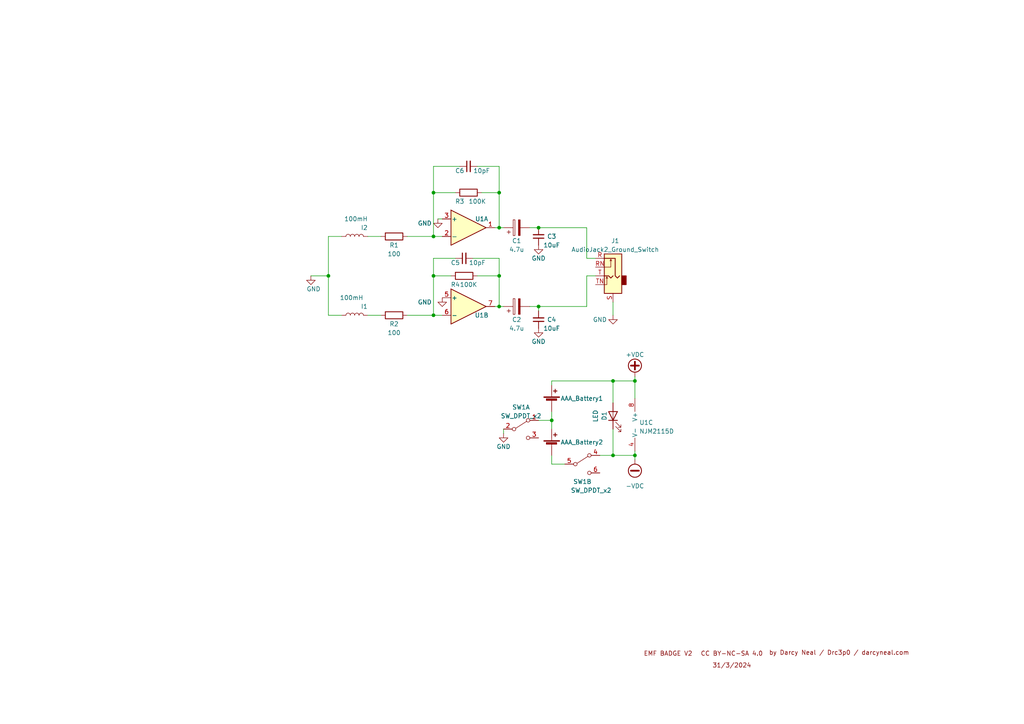
<source format=kicad_sch>
(kicad_sch (version 20230121) (generator eeschema)
  (paper "A4")
  (lib_symbols
    (symbol "Amplifier_Operational:LM358" (pin_names (offset 0.127))
      (property "Reference" "U" (at 0 5.08 0))
      (property "Value" "LM358" (at 0 -5.08 0))
      (symbol "LM358_1_1"
        (polyline (pts (xy -5.08 5.08) (xy 5.08 0) (xy -5.08 -5.08) (xy -5.08 5.08)) (stroke (width 0.254)) (fill (type background)))
        (pin output line (at 7.62 0 180) (length 2.54) (name "~") (number "1"))
        (pin input line (at -7.62 -2.54 0) (length 2.54) (name "-") (number "2"))
        (pin input line (at -7.62 2.54 0) (length 2.54) (name "+") (number "3"))
      )
      (symbol "LM358_2_1"
        (polyline (pts (xy -5.08 5.08) (xy 5.08 0) (xy -5.08 -5.08) (xy -5.08 5.08)) (stroke (width 0.254)) (fill (type background)))
        (pin input line (at -7.62 2.54 0) (length 2.54) (name "+") (number "5"))
        (pin input line (at -7.62 -2.54 0) (length 2.54) (name "-") (number "6"))
        (pin output line (at 7.62 0 180) (length 2.54) (name "~") (number "7"))
      )
      (symbol "LM358_3_1"
        (pin power_in line (at -2.54 -7.62 90) (length 3.81) (name "V-") (number "4"))
        (pin power_in line (at -2.54 7.62 270) (length 3.81) (name "V+") (number "8"))
      )
    )
    (symbol "Connector_Audio:AudioJack2_Ground_Switch"
      (property "Reference" "J1" (at -0.635 10.16 0))
      (property "Value" "AudioJack2_Ground_Switch" (at -0.635 7.62 0))
      (symbol "AudioJack2_Ground_Switch_0_1"
        (rectangle (start -2.54 -2.54) (end -3.81 0) (stroke (width 0.254)) (fill (type outline)))
        (rectangle (start 2.54 6.35) (end -2.54 -5.08) (stroke (width 0.254)) (fill (type background)))
      )
      (symbol "AudioJack2_Ground_Switch_1_1"
        (polyline (pts (xy 0.635 4.826) (xy 0.889 4.318)))
        (polyline (pts (xy 1.778 -0.254) (xy 2.032 -0.762)))
        (polyline (pts (xy 0 0) (xy 0.635 -0.635) (xy 1.27 0) (xy 2.54 0)) (stroke (width 0.254)))
        (polyline (pts (xy 2.54 -2.54) (xy 1.778 -2.54) (xy 1.778 -0.254) (xy 1.524 -0.762)))
        (polyline (pts (xy 2.54 2.54) (xy 0.635 2.54) (xy 0.635 4.826) (xy 0.381 4.318)))
        (polyline (pts (xy 2.54 5.08) (xy -0.635 5.08) (xy -0.635 0) (xy -1.27 -0.635) (xy -1.905 0)) (stroke (width 0.254)))
        (pin passive line (at 5.08 5.08 180) (length 2.54) (name "~") (number "R"))
        (pin passive line (at 5.08 2.54 180) (length 2.54) (name "~") (number "RN"))
        (pin passive line (at 0 -7.62 90) (length 2.54) (name "~") (number "S"))
        (pin passive line (at 5.08 0 180) (length 2.54) (name "~") (number "T"))
        (pin passive line (at 5.08 -2.54 180) (length 2.54) (name "~") (number "TN"))
      )
    )
    (symbol "Device:Battery_Cell" (pin_numbers hide) (pin_names (offset 0) hide)
      (property "Reference" "BT" (at 2.54 2.54 0))
      (property "Value" "Battery_Cell" (at 2.54 0 0))
      (symbol "Battery_Cell_0_1"
        (rectangle (start -2.286 1.778) (end 2.286 1.524) (fill (type outline)))
        (rectangle (start -1.5748 1.1938) (end 1.4732 0.6858) (fill (type outline)))
        (polyline (pts (xy 0 0.762) (xy 0 0)))
        (polyline (pts (xy 0 1.778) (xy 0 2.54)))
        (polyline (pts (xy 0.508 3.429) (xy 1.524 3.429)) (stroke (width 0.254)))
        (polyline (pts (xy 1.016 3.937) (xy 1.016 2.921)) (stroke (width 0.254)))
      )
      (symbol "Battery_Cell_1_1"
        (pin passive line (at 0 5.08 270) (length 2.54) (name "+") (number "1"))
        (pin passive line (at 0 -2.54 90) (length 2.54) (name "-") (number "2"))
      )
    )
    (symbol "Device:C_Polarized" (pin_numbers hide) (pin_names (offset 0.254))
      (property "Reference" "C" (at 0.635 2.54 0))
      (property "Value" "C_Polarized" (at 0.635 -2.54 0))
      (symbol "C_Polarized_0_1"
        (rectangle (start -2.286 0.508) (end 2.286 1.016))
        (polyline (pts (xy -1.778 2.286) (xy -0.762 2.286)))
        (polyline (pts (xy -1.27 2.794) (xy -1.27 1.778)))
        (rectangle (start 2.286 -0.508) (end -2.286 -1.016) (fill (type outline)))
      )
      (symbol "C_Polarized_1_1"
        (pin passive line (at 0 3.81 270) (length 2.794) (name "~") (number "1"))
        (pin passive line (at 0 -3.81 90) (length 2.794) (name "~") (number "2"))
      )
    )
    (symbol "Device:C_Small" (pin_numbers hide) (pin_names (offset 0.254) hide)
      (property "Reference" "C" (at 0.254 1.778 0))
      (property "Value" "C_Small" (at 0.254 -2.032 0))
      (symbol "C_Small_0_1"
        (polyline (pts (xy -1.524 -0.508) (xy 1.524 -0.508)) (stroke (width 0.3302)))
        (polyline (pts (xy -1.524 0.508) (xy 1.524 0.508)) (stroke (width 0.3048)))
      )
      (symbol "C_Small_1_1"
        (pin passive line (at 0 2.54 270) (length 2.032) (name "~") (number "1"))
        (pin passive line (at 0 -2.54 90) (length 2.032) (name "~") (number "2"))
      )
    )
    (symbol "Device:L" (pin_numbers hide) (pin_names (offset 1.016) hide)
      (property "Reference" "L" (at -1.27 0 90))
      (property "Value" "L" (at 1.905 0 90))
      (symbol "L_0_1"
        (arc (start 0 -2.54) (mid 0.6323 -1.905) (end 0 -1.27))
        (arc (start 0 -1.27) (mid 0.6323 -0.635) (end 0 0))
        (arc (start 0 0) (mid 0.6323 0.635) (end 0 1.27))
        (arc (start 0 1.27) (mid 0.6323 1.905) (end 0 2.54))
      )
      (symbol "L_1_1"
        (pin passive line (at 0 3.81 270) (length 1.27) (name "1") (number "1"))
        (pin passive line (at 0 -3.81 90) (length 1.27) (name "2") (number "2"))
      )
    )
    (symbol "Device:LED" (pin_numbers hide) (pin_names (offset 1.016) hide)
      (property "Reference" "D" (at 0 2.54 0))
      (property "Value" "LED" (at 0 -2.54 0))
      (symbol "LED_0_1"
        (polyline (pts (xy -1.27 -1.27) (xy -1.27 1.27)) (stroke (width 0.254)))
        (polyline (pts (xy -1.27 0) (xy 1.27 0)))
        (polyline (pts (xy 1.27 -1.27) (xy 1.27 1.27) (xy -1.27 0) (xy 1.27 -1.27)) (stroke (width 0.254)))
        (polyline (pts (xy -3.048 -0.762) (xy -4.572 -2.286) (xy -3.81 -2.286) (xy -4.572 -2.286) (xy -4.572 -1.524)))
        (polyline (pts (xy -1.778 -0.762) (xy -3.302 -2.286) (xy -2.54 -2.286) (xy -3.302 -2.286) (xy -3.302 -1.524)))
      )
      (symbol "LED_1_1"
        (pin passive line (at -3.81 0 0) (length 2.54) (name "K") (number "1"))
        (pin passive line (at 3.81 0 180) (length 2.54) (name "A") (number "2"))
      )
    )
    (symbol "Device:R" (pin_numbers hide) (pin_names (offset 0))
      (property "Reference" "R" (at 2.032 0 90))
      (property "Value" "R" (at 0 0 90))
      (symbol "R_0_1"
        (rectangle (start -1.016 -2.54) (end 1.016 2.54) (stroke (width 0.254)))
      )
      (symbol "R_1_1"
        (pin passive line (at 0 3.81 270) (length 1.27) (name "~") (number "1"))
        (pin passive line (at 0 -3.81 90) (length 1.27) (name "~") (number "2"))
      )
    )
    (symbol "SW_DPDT_x2_1" (pin_names (offset 0) hide)
      (property "Reference" "SW" (at 0 4.318 0))
      (property "Value" "SW_DPDT_x2" (at 0 -5.08 0))
      (symbol "SW_DPDT_x2_1_0_0"
        (circle (center -2.032 0) (radius 0.508))
        (circle (center 2.032 -2.54) (radius 0.508))
      )
      (symbol "SW_DPDT_x2_1_0_1"
        (polyline (pts (xy -1.524 0.254) (xy 1.651 2.286)))
        (circle (center 2.032 2.54) (radius 0.508))
      )
      (symbol "SW_DPDT_x2_1_1_1"
        (pin passive line (at 5.08 2.54 180) (length 2.54) (name "A") (number "1"))
        (pin passive line (at -5.08 0 0) (length 2.54) (name "B") (number "2"))
        (pin passive line (at 5.08 -2.54 180) (length 2.54) (name "C") (number "3"))
      )
      (symbol "SW_DPDT_x2_1_2_1"
        (pin passive line (at 5.08 2.54 180) (length 2.54) (name "A") (number "4"))
        (pin passive line (at -5.08 0 0) (length 2.54) (name "B") (number "5"))
        (pin passive line (at 5.08 -2.54 180) (length 2.54) (name "C") (number "6"))
      )
    )
    (symbol "power:+VDC" (power) (pin_names (offset 0))
      (property "Value" "+VDC" (at 0 6.35 0))
      (symbol "+VDC_0_1"
        (polyline (pts (xy -1.143 3.175) (xy 1.143 3.175)) (stroke (width 0.508)))
        (polyline (pts (xy 0 0) (xy 0 1.27)))
        (polyline (pts (xy 0 2.032) (xy 0 4.318)) (stroke (width 0.508)))
        (circle (center 0 3.175) (radius 1.905) (stroke (width 0.254)))
      )
      (symbol "+VDC_1_1"
        (pin power_in line (at 0 0 90) (length 0) hide (name "+VDC") (number "1"))
      )
    )
    (symbol "power:-VDC" (power) (pin_names (offset 0))
      (property "Value" "-VDC" (at 0 6.35 0))
      (symbol "-VDC_0_1"
        (polyline (pts (xy -1.143 3.175) (xy 1.143 3.175)) (stroke (width 0.508)))
        (polyline (pts (xy 0 0) (xy 0 1.27)))
        (circle (center 0 3.175) (radius 1.905) (stroke (width 0.254)))
      )
      (symbol "-VDC_1_1"
        (pin power_in line (at 0 0 90) (length 0) hide (name "-VDC") (number "1"))
      )
    )
    (symbol "power:GND" (power) (pin_names (offset 0))
      (property "Value" "GND" (at 0 -3.81 0))
      (symbol "GND_0_1"
        (polyline (pts (xy 0 0) (xy 0 -1.27) (xy 1.27 -1.27) (xy 0 -2.54) (xy -1.27 -1.27) (xy 0 -1.27)))
      )
      (symbol "GND_1_1"
        (pin power_in line (at 0 0 270) (length 0) hide (name "GND") (number "1"))
      )
    )
  )
  (junction (at 95.25 80.01))
  (junction (at 125.73 80.01))
  (junction (at 156.21 88.9))
  (junction (at 144.78 88.9))
  (junction (at 125.73 91.44))
  (junction (at 160.02 121.92))
  (junction (at 144.78 80.01))
  (junction (at 156.21 66.04))
  (junction (at 184.15 132.08))
  (junction (at 125.73 68.58))
  (junction (at 177.8 132.08))
  (junction (at 144.78 55.88))
  (junction (at 184.15 110.49))
  (junction (at 125.73 55.88))
  (junction (at 144.78 66.04))
  (junction (at 177.8 110.49))
  (wire (pts (xy 177.8 110.49) (xy 177.8 116.84)))
  (wire (pts (xy 144.78 80.01) (xy 144.78 88.9)))
  (wire (pts (xy 125.73 74.93) (xy 125.73 80.01)))
  (wire (pts (xy 170.18 66.04) (xy 170.18 74.93)))
  (wire (pts (xy 177.8 110.49) (xy 184.15 110.49)))
  (wire (pts (xy 144.78 88.9) (xy 146.05 88.9)))
  (wire (pts (xy 106.68 68.58) (xy 110.49 68.58)))
  (wire (pts (xy 143.51 88.9) (xy 144.78 88.9)))
  (wire (pts (xy 156.21 121.92) (xy 160.02 121.92)))
  (wire (pts (xy 125.73 55.88) (xy 132.08 55.88)))
  (wire (pts (xy 160.02 110.49) (xy 177.8 110.49)))
  (wire (pts (xy 144.78 74.93) (xy 144.78 80.01)))
  (wire (pts (xy 139.7 55.88) (xy 144.78 55.88)))
  (wire (pts (xy 184.15 110.49) (xy 184.15 115.57)))
  (wire (pts (xy 160.02 121.92) (xy 160.02 124.46)))
  (wire (pts (xy 144.78 66.04) (xy 143.51 66.04)))
  (wire (pts (xy 144.78 48.26) (xy 144.78 55.88)))
  (wire (pts (xy 170.18 80.01) (xy 170.18 88.9)))
  (wire (pts (xy 173.99 132.08) (xy 177.8 132.08)))
  (wire (pts (xy 125.73 80.01) (xy 130.81 80.01)))
  (wire (pts (xy 156.21 88.9) (xy 170.18 88.9)))
  (wire (pts (xy 153.67 66.04) (xy 156.21 66.04)))
  (wire (pts (xy 184.15 109.22) (xy 184.15 110.49)))
  (wire (pts (xy 106.68 91.44) (xy 110.49 91.44)))
  (wire (pts (xy 177.8 87.63) (xy 177.8 91.44)))
  (wire (pts (xy 144.78 66.04) (xy 146.05 66.04)))
  (wire (pts (xy 160.02 119.38) (xy 160.02 121.92)))
  (wire (pts (xy 138.43 48.26) (xy 144.78 48.26)))
  (wire (pts (xy 95.25 80.01) (xy 90.17 80.01)))
  (wire (pts (xy 184.15 130.81) (xy 184.15 132.08)))
  (wire (pts (xy 127 63.5) (xy 128.27 63.5)))
  (wire (pts (xy 146.05 124.46) (xy 146.05 125.73)))
  (wire (pts (xy 184.15 132.08) (xy 184.15 133.35)))
  (wire (pts (xy 160.02 134.62) (xy 163.83 134.62)))
  (wire (pts (xy 133.35 48.26) (xy 125.73 48.26)))
  (wire (pts (xy 177.8 124.46) (xy 177.8 132.08)))
  (wire (pts (xy 156.21 66.04) (xy 170.18 66.04)))
  (wire (pts (xy 118.11 68.58) (xy 125.73 68.58)))
  (wire (pts (xy 125.73 80.01) (xy 125.73 91.44)))
  (wire (pts (xy 137.16 74.93) (xy 144.78 74.93)))
  (wire (pts (xy 156.21 90.17) (xy 156.21 88.9)))
  (wire (pts (xy 125.73 48.26) (xy 125.73 55.88)))
  (wire (pts (xy 160.02 132.08) (xy 160.02 134.62)))
  (wire (pts (xy 118.11 91.44) (xy 125.73 91.44)))
  (wire (pts (xy 132.08 74.93) (xy 125.73 74.93)))
  (wire (pts (xy 153.67 88.9) (xy 156.21 88.9)))
  (wire (pts (xy 172.72 74.93) (xy 170.18 74.93)))
  (wire (pts (xy 99.06 91.44) (xy 95.25 91.44)))
  (wire (pts (xy 125.73 68.58) (xy 128.27 68.58)))
  (wire (pts (xy 144.78 55.88) (xy 144.78 66.04)))
  (wire (pts (xy 160.02 110.49) (xy 160.02 111.76)))
  (wire (pts (xy 99.06 68.58) (xy 95.25 68.58)))
  (wire (pts (xy 95.25 91.44) (xy 95.25 80.01)))
  (wire (pts (xy 95.25 68.58) (xy 95.25 80.01)))
  (wire (pts (xy 170.18 80.01) (xy 172.72 80.01)))
  (wire (pts (xy 177.8 132.08) (xy 184.15 132.08)))
  (wire (pts (xy 125.73 91.44) (xy 128.27 91.44)))
  (wire (pts (xy 138.43 80.01) (xy 144.78 80.01)))
  (wire (pts (xy 125.73 55.88) (xy 125.73 68.58)))
  (text "EMF BADGE V2" (at 186.69 190.5 0) (effects (font (size 1.27 1.27)) (justify left bottom)))
  (text "CC BY-NC-SA 4.0" (at 203.2 190.5 0) (effects (font (size 1.27 1.27)) (justify left bottom)))
  (text "by Darcy Neal / Drc3p0 / darcyneal.com" (at 223.0267 190.2372 0) (effects (font (size 1.27 1.27)) (justify left bottom)))
  (text "31/3/2024" (at 206.6042 193.9207 0) (effects (font (size 1.27 1.27)) (justify left bottom)))
  (symbol (lib_id "Device:R") (at 135.89 55.88 90) (unit 1)
    (property "Reference" "R3" (at 133.35 58.42 90))
    (property "Value" "100K" (at 138.43 58.42 90))
    (property "Footprint" "Resistor_THT:R_Axial_DIN0207_L6.3mm_D2.5mm_P7.62mm_Horizontal" (effects hide))
  )
  (symbol (lib_id "power:-VDC") (at 184.15 133.35 180) (unit 1)
    (property "Reference" "#PWR08" (effects hide))
    (property "Value" "-VDC" (at 184.15 140.97 0))
  )
  (symbol (lib_id "power:GND") (at 128.27 86.36 0) (unit 1)
    (property "Reference" "#PWR03" (effects hide))
    (property "Value" "GND" (at 123.19 87.63 0))
  )
  (symbol (lib_id "Device:C_Polarized") (at 149.86 66.04 90) (unit 1)
    (property "Reference" "C1" (at 149.86 69.85 90))
    (property "Value" "4.7u" (at 149.86 72.39 90))
    (property "Footprint" "Capacitor_THT:CP_Radial_D4.0mm_P2.54mm" (effects hide))
    (property "Sim.Device" "C" (effects hide))
    (property "Sim.Pins" "1=+ 2=-" (effects hide))
  )
  (symbol (lib_id "Device:C_Small") (at 135.89 48.26 90) (unit 1)
    (property "Reference" "C6" (at 133.35 49.53 90))
    (property "Value" "10pF" (at 139.7 49.53 90))
    (property "Footprint" "Capacitor_THT:C_Disc_D3.4mm_W2.1mm_P2.50mm" (effects hide))
  )
  (symbol (lib_id "Amplifier_Operational:LM358") (at 135.89 88.9 0) (unit 2)
    (property "Reference" "U1" (at 139.7 91.44 0))
    (property "Value" "NJM2115D" (effects hide))
    (property "Footprint" "Package_DIP:DIP-8_W7.62mm" (effects hide))
    (property "Sim.Library" "/Users/DRC/Downloads/MCP6001 2.lib" (effects hide))
    (property "Sim.Name" "MCP6001" (effects hide))
    (property "Sim.Device" "SUBCKT" (effects hide))
    (property "Sim.Pins" "1=1 2=2 3=3 4=4 5=5" (effects hide))
  )
  (symbol (lib_id "Device:R") (at 134.62 80.01 90) (unit 1)
    (property "Reference" "R4" (at 132.08 82.55 90))
    (property "Value" "100K" (at 135.89 82.55 90))
    (property "Footprint" "Resistor_THT:R_Axial_DIN0207_L6.3mm_D2.5mm_P7.62mm_Horizontal" (effects hide))
  )
  (symbol (lib_id "Device:R") (at 114.3 91.44 90) (unit 1)
    (property "Reference" "R2" (at 114.3 93.98 90))
    (property "Value" "100" (at 114.3 96.52 90))
    (property "Footprint" "Resistor_THT:R_Axial_DIN0207_L6.3mm_D2.5mm_P7.62mm_Horizontal" (effects hide))
    (property "Sim.Device" "R" (effects hide))
    (property "Sim.Pins" "1=+ 2=-" (effects hide))
  )
  (symbol (lib_id "Device:L") (at 102.87 91.44 90) (unit 1)
    (property "Reference" "I1" (at 106.68 88.9 90) (effects (justify left)))
    (property "Value" "100mH" (at 105.41 86.36 90) (effects (justify left)))
    (property "Footprint" "Inductor_THT:Inductor_D5.0mm_Horizontal_O3.81mm_Z9.0mm" (effects hide))
  )
  (symbol (lib_id "power:GND") (at 156.21 71.12 0) (unit 1)
    (property "Reference" "#PWR04" (effects hide))
    (property "Value" "GND" (at 156.21 74.93 0))
  )
  (symbol (lib_id "power:+VDC") (at 184.15 109.22 0) (unit 1)
    (property "Reference" "#PWR07" (effects hide))
    (property "Value" "+VDC" (at 184.15 102.87 0))
  )
  (symbol (lib_id "Device:C_Small") (at 134.62 74.93 90) (unit 1)
    (property "Reference" "C5" (at 132.08 76.2 90))
    (property "Value" "10pF" (at 138.43 76.2 90))
    (property "Footprint" "Capacitor_THT:C_Disc_D3.4mm_W2.1mm_P2.50mm" (effects hide))
  )
  (symbol (lib_id "Amplifier_Operational:LM358") (at 135.89 66.04 0) (unit 1)
    (property "Reference" "U1" (at 139.7 63.5 0))
    (property "Value" "NJM2115D" (effects hide))
    (property "Footprint" "Package_DIP:DIP-8_W7.62mm" (effects hide))
    (property "Sim.Library" "/Users/DRC/Downloads/MCP6001 2.lib" (effects hide))
    (property "Sim.Name" "MCP6001" (effects hide))
    (property "Sim.Device" "SUBCKT" (effects hide))
    (property "Sim.Pins" "1=1 2=2 3=3 4=4 5=5" (effects hide))
  )
  (symbol (lib_name "SW_DPDT_x2_1") (lib_id "Switch:SW_DPDT_x2") (at 151.13 124.46 0) (unit 1)
    (property "Reference" "SW1" (at 151.13 118.11 0))
    (property "Value" "SW_DPDT_x2" (at 151.13 120.65 0))
    (property "Footprint" "Button_Switch_THT:DPDT slide switch" (effects hide))
  )
  (symbol (lib_id "Device:C_Small") (at 156.21 68.58 180) (unit 1)
    (property "Reference" "C3" (at 160.02 68.58 0))
    (property "Value" "10uF" (at 160.02 71.12 0))
    (property "Footprint" "Capacitor_THT:C_Disc_D4.3mm_W1.9mm_P5.00mm" (effects hide))
    (property "Sim.Device" "C" (effects hide))
    (property "Sim.Pins" "1=+ 2=-" (effects hide))
  )
  (symbol (lib_id "power:GND") (at 156.21 95.25 0) (unit 1)
    (property "Reference" "#PWR05" (effects hide))
    (property "Value" "GND" (at 156.21 99.06 0))
  )
  (symbol (lib_id "power:GND") (at 90.17 80.01 0) (unit 1)
    (property "Reference" "#PWR01" (effects hide))
    (property "Value" "GND" (at 88.9 83.82 0) (effects (justify left)))
  )
  (symbol (lib_id "Connector_Audio:AudioJack2_Ground_Switch") (at 177.8 80.01 0) (mirror y) (unit 1)
    (property "Reference" "J1" (at 178.435 69.85 0))
    (property "Value" "AudioJack2_Ground_Switch" (at 178.435 72.39 0))
    (property "Footprint" "Connector_Audio:Jack_3.5mm_CUI_SJ1-3525N_Horizontal" (effects hide))
  )
  (symbol (lib_id "Device:L") (at 102.87 68.58 90) (unit 1)
    (property "Reference" "I2" (at 106.68 66.04 90) (effects (justify left)))
    (property "Value" "100mH" (at 106.68 63.5 90) (effects (justify left)))
    (property "Footprint" "Inductor_THT:Inductor_D5.0mm_Horizontal_O3.81mm_Z9.0mm" (effects hide))
  )
  (symbol (lib_id "Device:C_Polarized") (at 149.86 88.9 90) (unit 1)
    (property "Reference" "C2" (at 149.86 92.71 90))
    (property "Value" "4.7u" (at 149.86 95.25 90))
    (property "Footprint" "Capacitor_THT:CP_Radial_D4.0mm_P2.54mm" (effects hide))
    (property "Sim.Device" "C" (effects hide))
    (property "Sim.Pins" "1=+ 2=-" (effects hide))
  )
  (symbol (lib_id "Amplifier_Operational:LM358") (at 186.69 123.19 0) (unit 3)
    (property "Reference" "U1" (at 185.42 122.555 0) (effects (justify left)))
    (property "Value" "NJM2115D" (at 185.42 125.095 0) (effects (justify left)))
    (property "Footprint" "Package_DIP:DIP-8_W7.62mm" (effects hide))
    (property "Sim.Library" "/Users/DRC/Downloads/MCP6001 2.lib" (effects hide))
    (property "Sim.Name" "MCP6001" (effects hide))
    (property "Sim.Device" "SUBCKT" (effects hide))
    (property "Sim.Pins" "1=1 2=2 3=3 4=4 5=5" (effects hide))
  )
  (symbol (lib_id "Device:R") (at 114.3 68.58 90) (unit 1)
    (property "Reference" "R1" (at 114.3 71.12 90))
    (property "Value" "100" (at 114.3 73.66 90))
    (property "Footprint" "Resistor_THT:R_Axial_DIN0207_L6.3mm_D2.5mm_P7.62mm_Horizontal" (effects hide))
  )
  (symbol (lib_id "power:GND") (at 177.8 91.44 0) (unit 1)
    (property "Reference" "#PWR09" (effects hide))
    (property "Value" "GND" (at 173.99 92.71 0))
  )
  (symbol (lib_id "Device:LED") (at 177.8 120.65 90) (unit 1)
    (property "Reference" "D1" (at 175.26 120.65 0))
    (property "Value" "LED" (at 172.72 120.65 0))
    (property "Footprint" "LED_THT:LED_D5.0mm_Horizontal_O1.27mm_Z9.0mm" (effects hide))
  )
  (symbol (lib_id "Device:Battery_Cell") (at 160.02 116.84 0) (unit 1)
    (property "Reference" "AAA_Battery1" (at 162.56 115.57 0) (effects (justify left)))
    (property "Value" "Spring_side->" (effects hide))
    (property "Footprint" "Battery:BatteryHolder_Keystone_2466_1xAAA" (effects hide))
  )
  (symbol (lib_name "SW_DPDT_x2_1") (lib_id "Switch:SW_DPDT_x2") (at 168.91 134.62 0) (unit 2)
    (property "Reference" "SW1" (at 168.91 139.7 0))
    (property "Value" "SW_DPDT_x2" (at 171.45 142.24 0))
    (property "Footprint" "Button_Switch_THT:DPDT slide switch" (effects hide))
  )
  (symbol (lib_id "power:GND") (at 127 63.5 0) (unit 1)
    (property "Reference" "#PWR02" (effects hide))
    (property "Value" "GND" (at 123.19 64.77 0))
  )
  (symbol (lib_id "power:GND") (at 146.05 125.73 0) (unit 1)
    (property "Reference" "#PWR06" (effects hide))
    (property "Value" "GND" (at 146.05 129.54 0))
  )
  (symbol (lib_id "Device:Battery_Cell") (at 160.02 129.54 0) (unit 1)
    (property "Reference" "AAA_Battery2" (at 162.56 128.27 0) (effects (justify left)))
    (property "Value" "<-Spring_side" (effects hide))
    (property "Footprint" "Battery:BatteryHolder_Keystone_2466_1xAAA" (effects hide))
  )
  (symbol (lib_id "Device:C_Small") (at 156.21 92.71 180) (unit 1)
    (property "Reference" "C4" (at 160.02 92.71 0))
    (property "Value" "10uF" (at 160.02 95.25 0))
    (property "Footprint" "Capacitor_THT:C_Disc_D4.3mm_W1.9mm_P5.00mm" (effects hide))
    (property "Sim.Device" "C" (effects hide))
    (property "Sim.Pins" "1=+ 2=-" (effects hide))
  )
)
</source>
